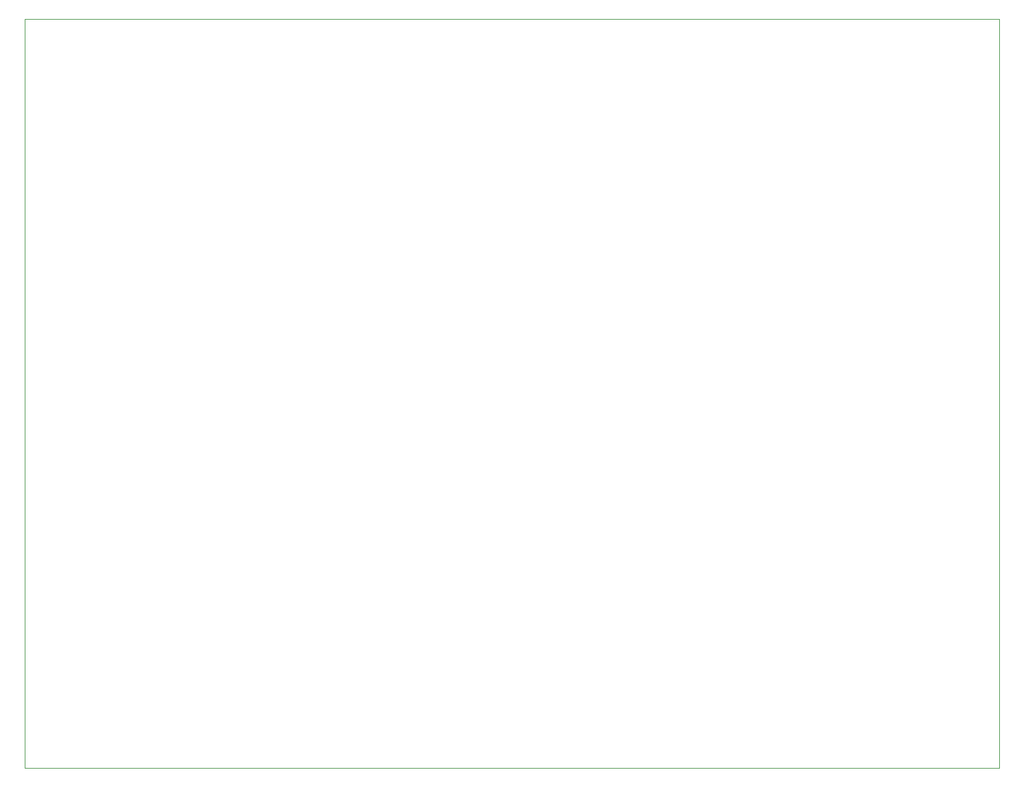
<source format=gbr>
%TF.GenerationSoftware,KiCad,Pcbnew,7.0.9-7.0.9~ubuntu22.04.1*%
%TF.CreationDate,2023-11-27T19:51:50+01:00*%
%TF.ProjectId,battery-management-system,62617474-6572-4792-9d6d-616e6167656d,rev?*%
%TF.SameCoordinates,Original*%
%TF.FileFunction,Profile,NP*%
%FSLAX46Y46*%
G04 Gerber Fmt 4.6, Leading zero omitted, Abs format (unit mm)*
G04 Created by KiCad (PCBNEW 7.0.9-7.0.9~ubuntu22.04.1) date 2023-11-27 19:51:50*
%MOMM*%
%LPD*%
G01*
G04 APERTURE LIST*
%TA.AperFunction,Profile*%
%ADD10C,0.100000*%
%TD*%
G04 APERTURE END LIST*
D10*
X20000000Y-20000000D02*
X150000000Y-20000000D01*
X150000000Y-120000000D01*
X20000000Y-120000000D01*
X20000000Y-20000000D01*
M02*

</source>
